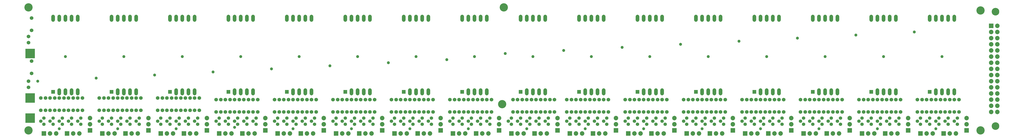
<source format=gts>
G75*
G70*
%OFA0B0*%
%FSLAX24Y24*%
%IPPOS*%
%LPD*%
%AMOC8*
5,1,8,0,0,1.08239X$1,22.5*
%
%ADD10R,0.0595X0.0595*%
%ADD11C,0.0595*%
%ADD12R,0.0730X0.0730*%
%ADD13C,0.0730*%
%ADD14C,0.0556*%
%ADD15C,0.0595*%
%ADD16C,0.1340*%
%ADD17R,0.1580X0.1580*%
%ADD18C,0.1240*%
%ADD19C,0.0480*%
D10*
X005600Y010891D03*
X015100Y010891D03*
X024600Y010891D03*
X034100Y010891D03*
X043600Y010891D03*
X053100Y010891D03*
X062600Y010891D03*
X072100Y010891D03*
X081600Y010891D03*
X091100Y010891D03*
X100600Y010891D03*
X110100Y010891D03*
X119600Y010891D03*
X129100Y010891D03*
X138600Y010891D03*
X148100Y010891D03*
D11*
X149100Y010633D02*
X149100Y011148D01*
X150100Y011148D02*
X150100Y010633D01*
X151100Y010633D02*
X151100Y011148D01*
X152100Y011148D02*
X152100Y010633D01*
X142600Y010633D02*
X142600Y011148D01*
X141600Y011148D02*
X141600Y010633D01*
X140600Y010633D02*
X140600Y011148D01*
X139600Y011148D02*
X139600Y010633D01*
X133100Y010633D02*
X133100Y011148D01*
X132100Y011148D02*
X132100Y010633D01*
X131100Y010633D02*
X131100Y011148D01*
X130100Y011148D02*
X130100Y010633D01*
X123600Y010633D02*
X123600Y011148D01*
X122600Y011148D02*
X122600Y010633D01*
X121600Y010633D02*
X121600Y011148D01*
X120600Y011148D02*
X120600Y010633D01*
X114100Y010633D02*
X114100Y011148D01*
X113100Y011148D02*
X113100Y010633D01*
X112100Y010633D02*
X112100Y011148D01*
X111100Y011148D02*
X111100Y010633D01*
X104600Y010633D02*
X104600Y011148D01*
X103600Y011148D02*
X103600Y010633D01*
X102600Y010633D02*
X102600Y011148D01*
X101600Y011148D02*
X101600Y010633D01*
X095100Y010633D02*
X095100Y011148D01*
X094100Y011148D02*
X094100Y010633D01*
X093100Y010633D02*
X093100Y011148D01*
X092100Y011148D02*
X092100Y010633D01*
X085600Y010633D02*
X085600Y011148D01*
X084600Y011148D02*
X084600Y010633D01*
X083600Y010633D02*
X083600Y011148D01*
X082600Y011148D02*
X082600Y010633D01*
X076100Y010633D02*
X076100Y011148D01*
X075100Y011148D02*
X075100Y010633D01*
X074100Y010633D02*
X074100Y011148D01*
X073100Y011148D02*
X073100Y010633D01*
X066600Y010633D02*
X066600Y011148D01*
X065600Y011148D02*
X065600Y010633D01*
X064600Y010633D02*
X064600Y011148D01*
X063600Y011148D02*
X063600Y010633D01*
X057100Y010633D02*
X057100Y011148D01*
X056100Y011148D02*
X056100Y010633D01*
X055100Y010633D02*
X055100Y011148D01*
X054100Y011148D02*
X054100Y010633D01*
X047600Y010633D02*
X047600Y011148D01*
X046600Y011148D02*
X046600Y010633D01*
X045600Y010633D02*
X045600Y011148D01*
X044600Y011148D02*
X044600Y010633D01*
X038100Y010633D02*
X038100Y011148D01*
X037100Y011148D02*
X037100Y010633D01*
X036100Y010633D02*
X036100Y011148D01*
X035100Y011148D02*
X035100Y010633D01*
X028600Y010633D02*
X028600Y011148D01*
X027600Y011148D02*
X027600Y010633D01*
X026600Y010633D02*
X026600Y011148D01*
X025600Y011148D02*
X025600Y010633D01*
X019100Y010633D02*
X019100Y011148D01*
X018100Y011148D02*
X018100Y010633D01*
X017100Y010633D02*
X017100Y011148D01*
X016100Y011148D02*
X016100Y010633D01*
X009600Y010633D02*
X009600Y011148D01*
X008600Y011148D02*
X008600Y010633D01*
X007600Y010633D02*
X007600Y011148D01*
X006600Y011148D02*
X006600Y010633D01*
X006600Y022602D02*
X006600Y023117D01*
X007600Y023117D02*
X007600Y022602D01*
X008600Y022602D02*
X008600Y023117D01*
X009600Y023117D02*
X009600Y022602D01*
X005600Y022602D02*
X005600Y023117D01*
X015100Y023117D02*
X015100Y022602D01*
X016100Y022602D02*
X016100Y023117D01*
X017100Y023117D02*
X017100Y022602D01*
X018100Y022602D02*
X018100Y023117D01*
X019100Y023117D02*
X019100Y022602D01*
X024600Y022602D02*
X024600Y023117D01*
X025600Y023117D02*
X025600Y022602D01*
X026600Y022602D02*
X026600Y023117D01*
X027600Y023117D02*
X027600Y022602D01*
X028600Y022602D02*
X028600Y023117D01*
X034100Y023117D02*
X034100Y022602D01*
X035100Y022602D02*
X035100Y023117D01*
X036100Y023117D02*
X036100Y022602D01*
X037100Y022602D02*
X037100Y023117D01*
X038100Y023117D02*
X038100Y022602D01*
X043600Y022602D02*
X043600Y023117D01*
X044600Y023117D02*
X044600Y022602D01*
X045600Y022602D02*
X045600Y023117D01*
X046600Y023117D02*
X046600Y022602D01*
X047600Y022602D02*
X047600Y023117D01*
X053100Y023117D02*
X053100Y022602D01*
X054100Y022602D02*
X054100Y023117D01*
X055100Y023117D02*
X055100Y022602D01*
X056100Y022602D02*
X056100Y023117D01*
X057100Y023117D02*
X057100Y022602D01*
X062600Y022602D02*
X062600Y023117D01*
X063600Y023117D02*
X063600Y022602D01*
X064600Y022602D02*
X064600Y023117D01*
X065600Y023117D02*
X065600Y022602D01*
X066600Y022602D02*
X066600Y023117D01*
X072100Y023117D02*
X072100Y022602D01*
X073100Y022602D02*
X073100Y023117D01*
X074100Y023117D02*
X074100Y022602D01*
X075100Y022602D02*
X075100Y023117D01*
X076100Y023117D02*
X076100Y022602D01*
X081600Y022602D02*
X081600Y023117D01*
X082600Y023117D02*
X082600Y022602D01*
X083600Y022602D02*
X083600Y023117D01*
X084600Y023117D02*
X084600Y022602D01*
X085600Y022602D02*
X085600Y023117D01*
X091100Y023117D02*
X091100Y022602D01*
X092100Y022602D02*
X092100Y023117D01*
X093100Y023117D02*
X093100Y022602D01*
X094100Y022602D02*
X094100Y023117D01*
X095100Y023117D02*
X095100Y022602D01*
X100600Y022602D02*
X100600Y023117D01*
X101600Y023117D02*
X101600Y022602D01*
X102600Y022602D02*
X102600Y023117D01*
X103600Y023117D02*
X103600Y022602D01*
X104600Y022602D02*
X104600Y023117D01*
X110100Y023117D02*
X110100Y022602D01*
X111100Y022602D02*
X111100Y023117D01*
X112100Y023117D02*
X112100Y022602D01*
X113100Y022602D02*
X113100Y023117D01*
X114100Y023117D02*
X114100Y022602D01*
X119600Y022602D02*
X119600Y023117D01*
X120600Y023117D02*
X120600Y022602D01*
X121600Y022602D02*
X121600Y023117D01*
X122600Y023117D02*
X122600Y022602D01*
X123600Y022602D02*
X123600Y023117D01*
X129100Y023117D02*
X129100Y022602D01*
X130100Y022602D02*
X130100Y023117D01*
X131100Y023117D02*
X131100Y022602D01*
X132100Y022602D02*
X132100Y023117D01*
X133100Y023117D02*
X133100Y022602D01*
X138600Y022602D02*
X138600Y023117D01*
X139600Y023117D02*
X139600Y022602D01*
X140600Y022602D02*
X140600Y023117D01*
X141600Y023117D02*
X141600Y022602D01*
X142600Y022602D02*
X142600Y023117D01*
X148100Y023117D02*
X148100Y022602D01*
X149100Y022602D02*
X149100Y023117D01*
X150100Y023117D02*
X150100Y022602D01*
X151100Y022602D02*
X151100Y023117D01*
X152100Y023117D02*
X152100Y022602D01*
D12*
X004100Y004125D03*
X007850Y004125D03*
X011600Y004625D03*
X013600Y004125D03*
X017350Y004125D03*
X021100Y004625D03*
X023100Y004125D03*
X026850Y004125D03*
X030600Y004625D03*
X032600Y004125D03*
X036350Y004125D03*
X040100Y004625D03*
X042100Y004125D03*
X045850Y004125D03*
X049600Y004625D03*
X051600Y004125D03*
X055350Y004125D03*
X059100Y004625D03*
X061100Y004125D03*
X064850Y004125D03*
X068600Y004625D03*
X070600Y004125D03*
X074350Y004125D03*
X078100Y004625D03*
X080100Y004125D03*
X083850Y004125D03*
X087600Y004625D03*
X089600Y004125D03*
X093350Y004125D03*
X097100Y004625D03*
X099100Y004125D03*
X102850Y004125D03*
X106600Y004625D03*
X108600Y004125D03*
X112350Y004125D03*
X116100Y004625D03*
X118100Y004125D03*
X121850Y004125D03*
X125600Y004625D03*
X127600Y004125D03*
X131350Y004125D03*
X135100Y004625D03*
X137100Y004125D03*
X140850Y004125D03*
X144600Y004625D03*
X146600Y004125D03*
X150350Y004125D03*
X154100Y004625D03*
X158100Y021625D03*
D13*
X159100Y021625D03*
X159100Y020625D03*
X158100Y020625D03*
X158100Y019625D03*
X159100Y019625D03*
X159100Y018625D03*
X158100Y018625D03*
X158100Y017625D03*
X159100Y017625D03*
X159100Y016625D03*
X158100Y016625D03*
X158100Y015625D03*
X159100Y015625D03*
X159100Y014625D03*
X158100Y014625D03*
X158100Y013625D03*
X159100Y013625D03*
X159100Y012625D03*
X158100Y012625D03*
X158100Y011625D03*
X159100Y011625D03*
X159100Y010625D03*
X158100Y010625D03*
X158100Y009625D03*
X159100Y009625D03*
X159100Y008625D03*
X158100Y008625D03*
X158100Y007625D03*
X159100Y007625D03*
X154100Y006625D03*
X154100Y005625D03*
X152350Y004125D03*
X151350Y004125D03*
X148600Y004125D03*
X147600Y004125D03*
X142850Y004125D03*
X141850Y004125D03*
X139100Y004125D03*
X138100Y004125D03*
X133350Y004125D03*
X132350Y004125D03*
X129600Y004125D03*
X128600Y004125D03*
X123850Y004125D03*
X122850Y004125D03*
X120100Y004125D03*
X119100Y004125D03*
X114350Y004125D03*
X113350Y004125D03*
X110600Y004125D03*
X109600Y004125D03*
X104850Y004125D03*
X103850Y004125D03*
X101100Y004125D03*
X100100Y004125D03*
X095350Y004125D03*
X094350Y004125D03*
X091600Y004125D03*
X090600Y004125D03*
X085850Y004125D03*
X084850Y004125D03*
X082100Y004125D03*
X081100Y004125D03*
X076350Y004125D03*
X075350Y004125D03*
X072600Y004125D03*
X071600Y004125D03*
X066850Y004125D03*
X065850Y004125D03*
X063100Y004125D03*
X062100Y004125D03*
X057350Y004125D03*
X056350Y004125D03*
X053600Y004125D03*
X052600Y004125D03*
X047850Y004125D03*
X046850Y004125D03*
X044100Y004125D03*
X043100Y004125D03*
X038350Y004125D03*
X037350Y004125D03*
X034600Y004125D03*
X033600Y004125D03*
X028850Y004125D03*
X027850Y004125D03*
X025100Y004125D03*
X024100Y004125D03*
X019350Y004125D03*
X018350Y004125D03*
X015600Y004125D03*
X014600Y004125D03*
X009850Y004125D03*
X008850Y004125D03*
X006100Y004125D03*
X005100Y004125D03*
X011600Y005625D03*
X011600Y006625D03*
X021100Y006625D03*
X021100Y005625D03*
X030600Y005625D03*
X030600Y006625D03*
X040100Y006625D03*
X040100Y005625D03*
X049600Y005625D03*
X049600Y006625D03*
X059100Y006625D03*
X059100Y005625D03*
X068600Y005625D03*
X068600Y006625D03*
X078100Y006625D03*
X078100Y005625D03*
X087600Y005625D03*
X087600Y006625D03*
X097100Y006625D03*
X097100Y005625D03*
X106600Y005625D03*
X106600Y006625D03*
X116100Y006625D03*
X116100Y005625D03*
X125600Y005625D03*
X125600Y006625D03*
X135100Y006625D03*
X135100Y005625D03*
X144600Y005625D03*
X144600Y006625D03*
D14*
X143100Y006625D03*
X141600Y006625D03*
X140100Y006625D03*
X138600Y006625D03*
X137100Y006625D03*
X136600Y006125D03*
X137100Y005625D03*
X138100Y006125D03*
X138600Y005625D03*
X139600Y006125D03*
X140100Y005625D03*
X141100Y006125D03*
X141600Y005625D03*
X142600Y006125D03*
X143100Y005625D03*
X146100Y006125D03*
X146600Y005625D03*
X147600Y006125D03*
X148100Y005625D03*
X149100Y006125D03*
X149600Y005625D03*
X150600Y006125D03*
X151100Y005625D03*
X152100Y006125D03*
X152600Y005625D03*
X152600Y006625D03*
X151100Y006625D03*
X149600Y006625D03*
X148100Y006625D03*
X146600Y006625D03*
X133600Y006625D03*
X132100Y006625D03*
X130600Y006625D03*
X129100Y006625D03*
X127600Y006625D03*
X127100Y006125D03*
X127600Y005625D03*
X128600Y006125D03*
X129100Y005625D03*
X130100Y006125D03*
X130600Y005625D03*
X131600Y006125D03*
X132100Y005625D03*
X133100Y006125D03*
X133600Y005625D03*
X124100Y005625D03*
X123600Y006125D03*
X122600Y005625D03*
X122100Y006125D03*
X121100Y005625D03*
X120600Y006125D03*
X119600Y005625D03*
X119100Y006125D03*
X118100Y005625D03*
X117600Y006125D03*
X118100Y006625D03*
X119600Y006625D03*
X121100Y006625D03*
X122600Y006625D03*
X124100Y006625D03*
X114600Y006625D03*
X113100Y006625D03*
X111600Y006625D03*
X110100Y006625D03*
X108600Y006625D03*
X108100Y006125D03*
X108600Y005625D03*
X109600Y006125D03*
X110100Y005625D03*
X111100Y006125D03*
X111600Y005625D03*
X112600Y006125D03*
X113100Y005625D03*
X114100Y006125D03*
X114600Y005625D03*
X105100Y005625D03*
X104600Y006125D03*
X103600Y005625D03*
X103100Y006125D03*
X102100Y005625D03*
X101600Y006125D03*
X100600Y005625D03*
X100100Y006125D03*
X099100Y005625D03*
X098600Y006125D03*
X099100Y006625D03*
X100600Y006625D03*
X102100Y006625D03*
X103600Y006625D03*
X105100Y006625D03*
X095600Y006625D03*
X094100Y006625D03*
X092600Y006625D03*
X091100Y006625D03*
X089600Y006625D03*
X089100Y006125D03*
X089600Y005625D03*
X090600Y006125D03*
X091100Y005625D03*
X092100Y006125D03*
X092600Y005625D03*
X093600Y006125D03*
X094100Y005625D03*
X095100Y006125D03*
X095600Y005625D03*
X086100Y005625D03*
X085600Y006125D03*
X084600Y005625D03*
X084100Y006125D03*
X083100Y005625D03*
X082600Y006125D03*
X081600Y005625D03*
X081100Y006125D03*
X080100Y005625D03*
X079600Y006125D03*
X080100Y006625D03*
X081600Y006625D03*
X083100Y006625D03*
X084600Y006625D03*
X086100Y006625D03*
X076600Y006625D03*
X075100Y006625D03*
X073600Y006625D03*
X072100Y006625D03*
X070600Y006625D03*
X070100Y006125D03*
X070600Y005625D03*
X071600Y006125D03*
X072100Y005625D03*
X073100Y006125D03*
X073600Y005625D03*
X074600Y006125D03*
X075100Y005625D03*
X076100Y006125D03*
X076600Y005625D03*
X067100Y005625D03*
X066600Y006125D03*
X065600Y005625D03*
X065100Y006125D03*
X064100Y005625D03*
X063600Y006125D03*
X062600Y005625D03*
X062100Y006125D03*
X061100Y005625D03*
X060600Y006125D03*
X061100Y006625D03*
X062600Y006625D03*
X064100Y006625D03*
X065600Y006625D03*
X067100Y006625D03*
X057600Y006625D03*
X056100Y006625D03*
X054600Y006625D03*
X053100Y006625D03*
X051600Y006625D03*
X051100Y006125D03*
X051600Y005625D03*
X052600Y006125D03*
X053100Y005625D03*
X054100Y006125D03*
X054600Y005625D03*
X055600Y006125D03*
X056100Y005625D03*
X057100Y006125D03*
X057600Y005625D03*
X048100Y005625D03*
X047600Y006125D03*
X046600Y005625D03*
X046100Y006125D03*
X045100Y005625D03*
X044600Y006125D03*
X043600Y005625D03*
X043100Y006125D03*
X042100Y005625D03*
X041600Y006125D03*
X042100Y006625D03*
X043600Y006625D03*
X045100Y006625D03*
X046600Y006625D03*
X048100Y006625D03*
X038600Y006625D03*
X037100Y006625D03*
X035600Y006625D03*
X034100Y006625D03*
X032600Y006625D03*
X032100Y006125D03*
X032600Y005625D03*
X033600Y006125D03*
X034100Y005625D03*
X035100Y006125D03*
X035600Y005625D03*
X036600Y006125D03*
X037100Y005625D03*
X038100Y006125D03*
X038600Y005625D03*
X029100Y005625D03*
X028600Y006125D03*
X027600Y005625D03*
X027100Y006125D03*
X026100Y005625D03*
X025600Y006125D03*
X024600Y005625D03*
X024100Y006125D03*
X023100Y005625D03*
X022600Y006125D03*
X019600Y005625D03*
X019100Y006125D03*
X018100Y005625D03*
X017600Y006125D03*
X016600Y005625D03*
X016100Y006125D03*
X015100Y005625D03*
X014600Y006125D03*
X013600Y005625D03*
X013100Y006125D03*
X013600Y006625D03*
X015100Y006625D03*
X016600Y006625D03*
X018100Y006625D03*
X019600Y006625D03*
X023100Y006625D03*
X024600Y006625D03*
X026100Y006625D03*
X027600Y006625D03*
X029100Y006625D03*
X010100Y006625D03*
X008600Y006625D03*
X007100Y006625D03*
X005600Y006625D03*
X004100Y006625D03*
X003600Y006125D03*
X004100Y005625D03*
X005100Y006125D03*
X005600Y005625D03*
X006600Y006125D03*
X007100Y005625D03*
X008100Y006125D03*
X008600Y005625D03*
X009600Y006125D03*
X010100Y005625D03*
D15*
X010350Y007875D03*
X009600Y007875D03*
X008850Y007875D03*
X008100Y007875D03*
X007350Y007875D03*
X006600Y007875D03*
X005850Y007875D03*
X005100Y007875D03*
X004350Y007875D03*
X003600Y007875D03*
X013100Y007875D03*
X013850Y007875D03*
X014600Y007875D03*
X015350Y007875D03*
X016100Y007875D03*
X016850Y007875D03*
X017600Y007875D03*
X018350Y007875D03*
X019100Y007875D03*
X019850Y007875D03*
X022600Y007875D03*
X023350Y007875D03*
X024100Y007875D03*
X024850Y007875D03*
X025600Y007875D03*
X026350Y007875D03*
X027100Y007875D03*
X027850Y007875D03*
X028600Y007875D03*
X029350Y007875D03*
X032100Y007625D03*
X032850Y007625D03*
X033600Y007625D03*
X034350Y007625D03*
X035100Y007625D03*
X035850Y007625D03*
X036600Y007625D03*
X037350Y007625D03*
X038100Y007625D03*
X038850Y007625D03*
X041600Y007625D03*
X042350Y007625D03*
X043100Y007625D03*
X043850Y007625D03*
X044600Y007625D03*
X045350Y007625D03*
X046100Y007625D03*
X046850Y007625D03*
X047600Y007625D03*
X048350Y007625D03*
X051100Y007625D03*
X051850Y007625D03*
X052600Y007625D03*
X053350Y007625D03*
X054100Y007625D03*
X054850Y007625D03*
X055600Y007625D03*
X056350Y007625D03*
X057100Y007625D03*
X057850Y007625D03*
X060600Y007625D03*
X061350Y007625D03*
X062100Y007625D03*
X062850Y007625D03*
X063600Y007625D03*
X064350Y007625D03*
X065100Y007625D03*
X065850Y007625D03*
X066600Y007625D03*
X067350Y007625D03*
X070100Y007625D03*
X070850Y007625D03*
X071600Y007625D03*
X072350Y007625D03*
X073100Y007625D03*
X073850Y007625D03*
X074600Y007625D03*
X075350Y007625D03*
X076100Y007625D03*
X076850Y007625D03*
X080350Y007625D03*
X081100Y007625D03*
X081850Y007625D03*
X082600Y007625D03*
X083350Y007625D03*
X084100Y007625D03*
X084850Y007625D03*
X085600Y007625D03*
X086350Y007625D03*
X087100Y007625D03*
X089100Y007625D03*
X089850Y007625D03*
X090600Y007625D03*
X091350Y007625D03*
X092100Y007625D03*
X092850Y007625D03*
X093600Y007625D03*
X094350Y007625D03*
X095100Y007625D03*
X095850Y007625D03*
X098600Y007625D03*
X099350Y007625D03*
X100100Y007625D03*
X100850Y007625D03*
X101600Y007625D03*
X102350Y007625D03*
X103100Y007625D03*
X103850Y007625D03*
X104600Y007625D03*
X105350Y007625D03*
X108100Y007625D03*
X108850Y007625D03*
X109600Y007625D03*
X110350Y007625D03*
X111100Y007625D03*
X111850Y007625D03*
X112600Y007625D03*
X113350Y007625D03*
X114100Y007625D03*
X114850Y007625D03*
X117600Y007625D03*
X118350Y007625D03*
X119100Y007625D03*
X119850Y007625D03*
X120600Y007625D03*
X121350Y007625D03*
X122100Y007625D03*
X122850Y007625D03*
X123600Y007625D03*
X124350Y007625D03*
X127100Y007625D03*
X127850Y007625D03*
X128600Y007625D03*
X129350Y007625D03*
X130100Y007625D03*
X130850Y007625D03*
X131600Y007625D03*
X132350Y007625D03*
X133100Y007625D03*
X133850Y007625D03*
X136600Y007625D03*
X137350Y007625D03*
X138100Y007625D03*
X138850Y007625D03*
X139600Y007625D03*
X140350Y007625D03*
X141100Y007625D03*
X141850Y007625D03*
X142600Y007625D03*
X143350Y007625D03*
X146100Y007625D03*
X146850Y007625D03*
X147600Y007625D03*
X148350Y007625D03*
X149100Y007625D03*
X149850Y007625D03*
X150600Y007625D03*
X151350Y007625D03*
X152100Y007625D03*
X152850Y007625D03*
X152850Y009625D03*
X152100Y009625D03*
X151350Y009625D03*
X150600Y009625D03*
X149850Y009625D03*
X149100Y009625D03*
X148350Y009625D03*
X147600Y009625D03*
X146850Y009625D03*
X146100Y009625D03*
X143350Y009625D03*
X142600Y009625D03*
X141850Y009625D03*
X141100Y009625D03*
X140350Y009625D03*
X139600Y009625D03*
X138850Y009625D03*
X138100Y009625D03*
X137350Y009625D03*
X136600Y009625D03*
X133850Y009625D03*
X133100Y009625D03*
X132350Y009625D03*
X131600Y009625D03*
X130850Y009625D03*
X130100Y009625D03*
X129350Y009625D03*
X128600Y009625D03*
X127850Y009625D03*
X127100Y009625D03*
X124350Y009625D03*
X123600Y009625D03*
X122850Y009625D03*
X122100Y009625D03*
X121350Y009625D03*
X120600Y009625D03*
X119850Y009625D03*
X119100Y009625D03*
X118350Y009625D03*
X117600Y009625D03*
X114850Y009625D03*
X114100Y009625D03*
X113350Y009625D03*
X112600Y009625D03*
X111850Y009625D03*
X111100Y009625D03*
X110350Y009625D03*
X109600Y009625D03*
X108850Y009625D03*
X108100Y009625D03*
X105350Y009625D03*
X104600Y009625D03*
X103850Y009625D03*
X103100Y009625D03*
X102350Y009625D03*
X101600Y009625D03*
X100850Y009625D03*
X100100Y009625D03*
X099350Y009625D03*
X098600Y009625D03*
X095850Y009625D03*
X095100Y009625D03*
X094350Y009625D03*
X093600Y009625D03*
X092850Y009625D03*
X092100Y009625D03*
X091350Y009625D03*
X090600Y009625D03*
X089850Y009625D03*
X089100Y009625D03*
X087100Y009625D03*
X086350Y009625D03*
X085600Y009625D03*
X084850Y009625D03*
X084100Y009625D03*
X083350Y009625D03*
X082600Y009625D03*
X081850Y009625D03*
X081100Y009625D03*
X080350Y009625D03*
X076850Y009625D03*
X076100Y009625D03*
X075350Y009625D03*
X074600Y009625D03*
X073850Y009625D03*
X073100Y009625D03*
X072350Y009625D03*
X071600Y009625D03*
X070850Y009625D03*
X070100Y009625D03*
X067350Y009625D03*
X066600Y009625D03*
X065850Y009625D03*
X065100Y009625D03*
X064350Y009625D03*
X063600Y009625D03*
X062850Y009625D03*
X062100Y009625D03*
X061350Y009625D03*
X060600Y009625D03*
X057850Y009625D03*
X057100Y009625D03*
X056350Y009625D03*
X055600Y009625D03*
X054850Y009625D03*
X054100Y009625D03*
X053350Y009625D03*
X052600Y009625D03*
X051850Y009625D03*
X051100Y009625D03*
X048350Y009625D03*
X047600Y009625D03*
X046850Y009625D03*
X046100Y009625D03*
X045350Y009625D03*
X044600Y009625D03*
X043850Y009625D03*
X043100Y009625D03*
X042350Y009625D03*
X041600Y009625D03*
X038850Y009625D03*
X038100Y009625D03*
X037350Y009625D03*
X036600Y009625D03*
X035850Y009625D03*
X035100Y009625D03*
X034350Y009625D03*
X033600Y009625D03*
X032850Y009625D03*
X032100Y009625D03*
X029350Y009875D03*
X028600Y009875D03*
X027850Y009875D03*
X027100Y009875D03*
X026350Y009875D03*
X025600Y009875D03*
X024850Y009875D03*
X024100Y009875D03*
X023350Y009875D03*
X022600Y009875D03*
X019850Y009875D03*
X019100Y009875D03*
X018350Y009875D03*
X017600Y009875D03*
X016850Y009875D03*
X016100Y009875D03*
X015350Y009875D03*
X014600Y009875D03*
X013850Y009875D03*
X013100Y009875D03*
X010350Y009875D03*
X009600Y009875D03*
X008850Y009875D03*
X008100Y009875D03*
X007350Y009875D03*
X006600Y009875D03*
X005850Y009875D03*
X005100Y009875D03*
X004350Y009875D03*
X003600Y009875D03*
X001600Y011625D03*
X001600Y012625D03*
X002100Y013875D03*
X002100Y015875D03*
X001600Y018875D03*
X001600Y019875D03*
X002100Y020875D03*
X002100Y022875D03*
D16*
X001600Y024625D03*
X078850Y024625D03*
X156350Y024125D03*
X078600Y008875D03*
X156350Y004625D03*
X001600Y004625D03*
D17*
X001850Y006625D03*
X001850Y009875D03*
X001850Y017125D03*
D18*
X158810Y023915D03*
X158810Y005335D03*
D19*
X149100Y004875D03*
X139600Y004875D03*
X130100Y004875D03*
X120600Y004875D03*
X111100Y004875D03*
X101600Y004875D03*
X092100Y004875D03*
X082600Y004875D03*
X073100Y004875D03*
X063600Y004875D03*
X054100Y004875D03*
X044600Y004875D03*
X035100Y005125D03*
X025600Y004875D03*
X016100Y004875D03*
X006600Y004875D03*
X003100Y012625D03*
X012600Y013125D03*
X022100Y013625D03*
X031600Y014125D03*
X041100Y014625D03*
X045600Y016625D03*
X050600Y015125D03*
X055100Y016625D03*
X060100Y015625D03*
X064600Y016625D03*
X069600Y016125D03*
X074100Y016625D03*
X079100Y017125D03*
X083600Y016625D03*
X088600Y017625D03*
X093100Y016625D03*
X098100Y018125D03*
X102600Y016625D03*
X112100Y016625D03*
X121600Y016625D03*
X131100Y016625D03*
X140600Y016625D03*
X150100Y016625D03*
X136100Y020125D03*
X126600Y019625D03*
X117100Y019125D03*
X107600Y018625D03*
X145600Y020625D03*
X036100Y016625D03*
X026600Y016625D03*
X017100Y016625D03*
X007600Y016625D03*
M02*

</source>
